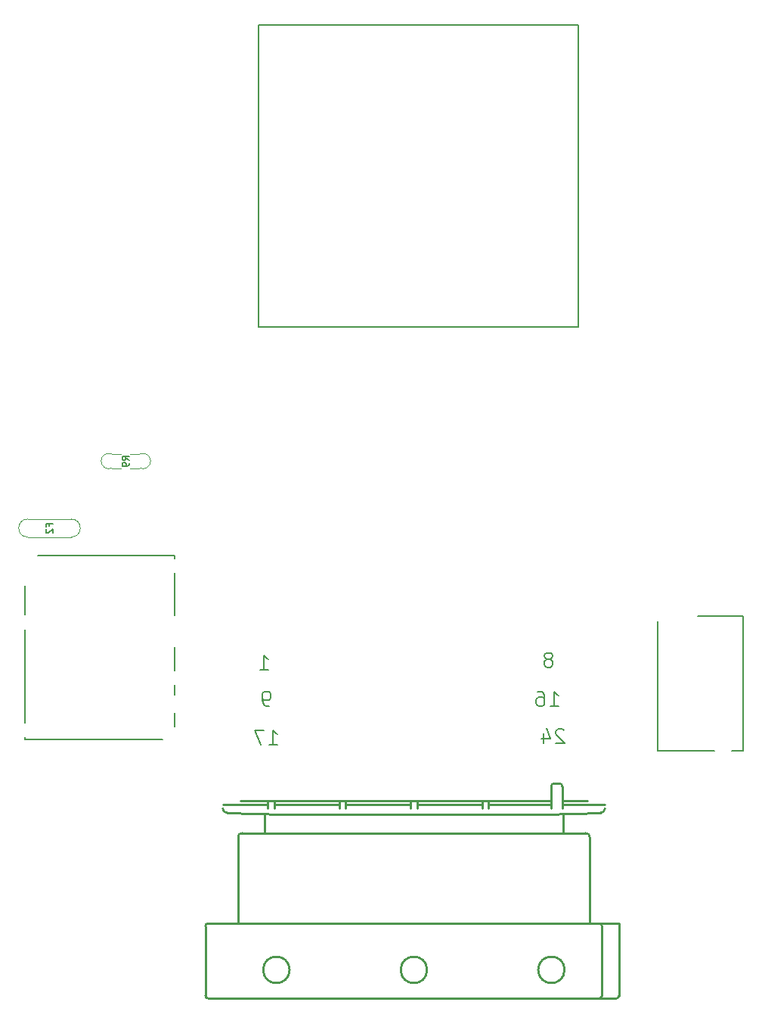
<source format=gbo>
G04 #@! TF.GenerationSoftware,KiCad,Pcbnew,8.0.9-8.0.9-0~ubuntu24.04.1*
G04 #@! TF.CreationDate,2025-04-19T19:06:36+00:00*
G04 #@! TF.ProjectId,stabiljr,73746162-696c-46a7-922e-6b696361645f,V1*
G04 #@! TF.SameCoordinates,PX3a2c940PY8e93060*
G04 #@! TF.FileFunction,Legend,Bot*
G04 #@! TF.FilePolarity,Positive*
%FSLAX46Y46*%
G04 Gerber Fmt 4.6, Leading zero omitted, Abs format (unit mm)*
G04 Created by KiCad (PCBNEW 8.0.9-8.0.9-0~ubuntu24.04.1) date 2025-04-19 19:06:36*
%MOMM*%
%LPD*%
G01*
G04 APERTURE LIST*
%ADD10C,0.127000*%
%ADD11C,0.203200*%
%ADD12C,0.099060*%
%ADD13C,0.120000*%
%ADD14C,0.200000*%
%ADD15C,0.254000*%
G04 APERTURE END LIST*
D10*
X17395890Y37627000D02*
X17033033Y37881000D01*
X17395890Y38062429D02*
X16633890Y38062429D01*
X16633890Y38062429D02*
X16633890Y37772143D01*
X16633890Y37772143D02*
X16670176Y37699572D01*
X16670176Y37699572D02*
X16706462Y37663286D01*
X16706462Y37663286D02*
X16779033Y37627000D01*
X16779033Y37627000D02*
X16887890Y37627000D01*
X16887890Y37627000D02*
X16960462Y37663286D01*
X16960462Y37663286D02*
X16996747Y37699572D01*
X16996747Y37699572D02*
X17033033Y37772143D01*
X17033033Y37772143D02*
X17033033Y38062429D01*
X17395890Y37264143D02*
X17395890Y37119000D01*
X17395890Y37119000D02*
X17359605Y37046429D01*
X17359605Y37046429D02*
X17323319Y37010143D01*
X17323319Y37010143D02*
X17214462Y36937572D01*
X17214462Y36937572D02*
X17069319Y36901286D01*
X17069319Y36901286D02*
X16779033Y36901286D01*
X16779033Y36901286D02*
X16706462Y36937572D01*
X16706462Y36937572D02*
X16670176Y36973857D01*
X16670176Y36973857D02*
X16633890Y37046429D01*
X16633890Y37046429D02*
X16633890Y37191572D01*
X16633890Y37191572D02*
X16670176Y37264143D01*
X16670176Y37264143D02*
X16706462Y37300429D01*
X16706462Y37300429D02*
X16779033Y37336715D01*
X16779033Y37336715D02*
X16960462Y37336715D01*
X16960462Y37336715D02*
X17033033Y37300429D01*
X17033033Y37300429D02*
X17069319Y37264143D01*
X17069319Y37264143D02*
X17105605Y37191572D01*
X17105605Y37191572D02*
X17105605Y37046429D01*
X17105605Y37046429D02*
X17069319Y36973857D01*
X17069319Y36973857D02*
X17033033Y36937572D01*
X17033033Y36937572D02*
X16960462Y36901286D01*
X8446768Y30254000D02*
X8446768Y30508000D01*
X8845911Y30508000D02*
X8083911Y30508000D01*
X8083911Y30508000D02*
X8083911Y30145143D01*
X8156483Y29891143D02*
X8120197Y29854857D01*
X8120197Y29854857D02*
X8083911Y29782285D01*
X8083911Y29782285D02*
X8083911Y29600857D01*
X8083911Y29600857D02*
X8120197Y29528285D01*
X8120197Y29528285D02*
X8156483Y29492000D01*
X8156483Y29492000D02*
X8229054Y29455714D01*
X8229054Y29455714D02*
X8301626Y29455714D01*
X8301626Y29455714D02*
X8410483Y29492000D01*
X8410483Y29492000D02*
X8845911Y29927428D01*
X8845911Y29927428D02*
X8845911Y29455714D01*
D11*
X33087858Y10103158D02*
X32778220Y10103158D01*
X32778220Y10103158D02*
X32623401Y10180567D01*
X32623401Y10180567D02*
X32545992Y10257977D01*
X32545992Y10257977D02*
X32391173Y10490206D01*
X32391173Y10490206D02*
X32313763Y10799844D01*
X32313763Y10799844D02*
X32313763Y11419120D01*
X32313763Y11419120D02*
X32391173Y11573939D01*
X32391173Y11573939D02*
X32468582Y11651348D01*
X32468582Y11651348D02*
X32623401Y11728758D01*
X32623401Y11728758D02*
X32933039Y11728758D01*
X32933039Y11728758D02*
X33087858Y11651348D01*
X33087858Y11651348D02*
X33165268Y11573939D01*
X33165268Y11573939D02*
X33242677Y11419120D01*
X33242677Y11419120D02*
X33242677Y11032072D01*
X33242677Y11032072D02*
X33165268Y10877253D01*
X33165268Y10877253D02*
X33087858Y10799844D01*
X33087858Y10799844D02*
X32933039Y10722434D01*
X32933039Y10722434D02*
X32623401Y10722434D01*
X32623401Y10722434D02*
X32468582Y10799844D01*
X32468582Y10799844D02*
X32391173Y10877253D01*
X32391173Y10877253D02*
X32313763Y11032072D01*
X33075763Y5785158D02*
X34004677Y5785158D01*
X33540220Y5785158D02*
X33540220Y7410758D01*
X33540220Y7410758D02*
X33695039Y7178529D01*
X33695039Y7178529D02*
X33849858Y7023710D01*
X33849858Y7023710D02*
X34004677Y6946301D01*
X32533897Y7410758D02*
X31450164Y7410758D01*
X31450164Y7410758D02*
X32146849Y5785158D01*
X64571763Y10103158D02*
X65500677Y10103158D01*
X65036220Y10103158D02*
X65036220Y11728758D01*
X65036220Y11728758D02*
X65191039Y11496529D01*
X65191039Y11496529D02*
X65345858Y11341710D01*
X65345858Y11341710D02*
X65500677Y11264301D01*
X63178392Y11728758D02*
X63488030Y11728758D01*
X63488030Y11728758D02*
X63642849Y11651348D01*
X63642849Y11651348D02*
X63720259Y11573939D01*
X63720259Y11573939D02*
X63875078Y11341710D01*
X63875078Y11341710D02*
X63952487Y11032072D01*
X63952487Y11032072D02*
X63952487Y10412796D01*
X63952487Y10412796D02*
X63875078Y10257977D01*
X63875078Y10257977D02*
X63797668Y10180567D01*
X63797668Y10180567D02*
X63642849Y10103158D01*
X63642849Y10103158D02*
X63333211Y10103158D01*
X63333211Y10103158D02*
X63178392Y10180567D01*
X63178392Y10180567D02*
X63100983Y10257977D01*
X63100983Y10257977D02*
X63023573Y10412796D01*
X63023573Y10412796D02*
X63023573Y10799844D01*
X63023573Y10799844D02*
X63100983Y10954663D01*
X63100983Y10954663D02*
X63178392Y11032072D01*
X63178392Y11032072D02*
X63333211Y11109482D01*
X63333211Y11109482D02*
X63642849Y11109482D01*
X63642849Y11109482D02*
X63797668Y11032072D01*
X63797668Y11032072D02*
X63875078Y10954663D01*
X63875078Y10954663D02*
X63952487Y10799844D01*
X32059763Y14167158D02*
X32988677Y14167158D01*
X32524220Y14167158D02*
X32524220Y15792758D01*
X32524220Y15792758D02*
X32679039Y15560529D01*
X32679039Y15560529D02*
X32833858Y15405710D01*
X32833858Y15405710D02*
X32988677Y15328301D01*
X64556039Y15350072D02*
X64710858Y15427482D01*
X64710858Y15427482D02*
X64788268Y15504891D01*
X64788268Y15504891D02*
X64865677Y15659710D01*
X64865677Y15659710D02*
X64865677Y15737120D01*
X64865677Y15737120D02*
X64788268Y15891939D01*
X64788268Y15891939D02*
X64710858Y15969348D01*
X64710858Y15969348D02*
X64556039Y16046758D01*
X64556039Y16046758D02*
X64246401Y16046758D01*
X64246401Y16046758D02*
X64091582Y15969348D01*
X64091582Y15969348D02*
X64014173Y15891939D01*
X64014173Y15891939D02*
X63936763Y15737120D01*
X63936763Y15737120D02*
X63936763Y15659710D01*
X63936763Y15659710D02*
X64014173Y15504891D01*
X64014173Y15504891D02*
X64091582Y15427482D01*
X64091582Y15427482D02*
X64246401Y15350072D01*
X64246401Y15350072D02*
X64556039Y15350072D01*
X64556039Y15350072D02*
X64710858Y15272663D01*
X64710858Y15272663D02*
X64788268Y15195253D01*
X64788268Y15195253D02*
X64865677Y15040434D01*
X64865677Y15040434D02*
X64865677Y14730796D01*
X64865677Y14730796D02*
X64788268Y14575977D01*
X64788268Y14575977D02*
X64710858Y14498567D01*
X64710858Y14498567D02*
X64556039Y14421158D01*
X64556039Y14421158D02*
X64246401Y14421158D01*
X64246401Y14421158D02*
X64091582Y14498567D01*
X64091582Y14498567D02*
X64014173Y14575977D01*
X64014173Y14575977D02*
X63936763Y14730796D01*
X63936763Y14730796D02*
X63936763Y15040434D01*
X63936763Y15040434D02*
X64014173Y15195253D01*
X64014173Y15195253D02*
X64091582Y15272663D01*
X64091582Y15272663D02*
X64246401Y15350072D01*
X66135677Y7382939D02*
X66058268Y7460348D01*
X66058268Y7460348D02*
X65903449Y7537758D01*
X65903449Y7537758D02*
X65516401Y7537758D01*
X65516401Y7537758D02*
X65361582Y7460348D01*
X65361582Y7460348D02*
X65284173Y7382939D01*
X65284173Y7382939D02*
X65206763Y7228120D01*
X65206763Y7228120D02*
X65206763Y7073301D01*
X65206763Y7073301D02*
X65284173Y6841072D01*
X65284173Y6841072D02*
X66213087Y5912158D01*
X66213087Y5912158D02*
X65206763Y5912158D01*
X63813392Y6995891D02*
X63813392Y5912158D01*
X64200440Y7615167D02*
X64587487Y6454025D01*
X64587487Y6454025D02*
X63581164Y6454025D01*
D12*
G04 #@! TO.C,R9*
X15525979Y36700000D02*
X16541979Y36700000D01*
X16541979Y38300000D02*
X15525979Y38300000D01*
X17557979Y36700000D02*
X18573979Y36700000D01*
X18573979Y38300000D02*
X17557979Y38300000D01*
D13*
X15470979Y36698362D02*
G75*
G02*
X15474979Y38300000I-326000J801638D01*
G01*
X18624979Y38300000D02*
G75*
G02*
X18633581Y36696505I330000J-800000D01*
G01*
D14*
G04 #@! TO.C,M4*
X76575000Y19525000D02*
X76575000Y5125000D01*
X76575000Y5125000D02*
X82975000Y5125000D01*
X86175000Y20125000D02*
X81075000Y20125000D01*
X86175000Y5125000D02*
X84875000Y5125000D01*
X86175000Y5125000D02*
X86175000Y20125000D01*
D13*
G04 #@! TO.C,F2*
X6100000Y31000000D02*
X10950000Y31000000D01*
X6100000Y29000000D02*
X10950000Y29000000D01*
X6050000Y29000000D02*
G75*
G02*
X6050000Y31000000I0J1000000D01*
G01*
X10950000Y31000000D02*
G75*
G02*
X10950000Y29000000I0J-1000000D01*
G01*
D14*
G04 #@! TO.C,M1*
X5724999Y20324999D02*
X5724999Y23525002D01*
X5724999Y8224999D02*
X5724999Y18625001D01*
X5724999Y6324999D02*
X5724999Y6624999D01*
X5724999Y6324999D02*
X21124999Y6324999D01*
X7224999Y26924997D02*
X22524998Y26924999D01*
X22524996Y20225001D02*
X22524996Y25025001D01*
X22524996Y14024999D02*
X22524996Y16724999D01*
X22524996Y11325001D02*
X22524996Y12425004D01*
X22524996Y7774999D02*
X22525001Y9324999D01*
X22524998Y26625001D02*
X22524998Y26924999D01*
D15*
G04 #@! TO.C,J1*
X25960800Y-14521000D02*
X25960800Y-22321000D01*
X29610900Y-14221100D02*
X29610900Y-4571000D01*
X29610900Y-14221100D02*
X29610900Y-4571000D01*
X32610900Y-4121000D02*
X32610900Y-1956400D01*
X32610900Y-4121000D02*
X32610900Y-1956400D01*
X32935800Y-917600D02*
X27910900Y-917600D01*
X32935800Y-917600D02*
X27910900Y-917600D01*
X32935800Y-1367600D02*
X32935800Y-517600D01*
X32935800Y-1367600D02*
X32935800Y-517600D01*
X33685800Y-1367600D02*
X33685800Y-517600D01*
X33685800Y-1367600D02*
X33685800Y-517600D01*
X34660900Y-2017600D02*
X28347400Y-1829100D01*
X34660900Y-2017600D02*
X28347400Y-1829100D01*
X40935800Y-917600D02*
X33685800Y-917600D01*
X40935800Y-917600D02*
X33685800Y-917600D01*
X40935800Y-1367600D02*
X40935800Y-517600D01*
X40935800Y-1367600D02*
X40935800Y-517600D01*
X41685900Y-1367600D02*
X41685900Y-517600D01*
X41685900Y-1367600D02*
X41685900Y-517600D01*
X48935900Y-917600D02*
X41685900Y-917600D01*
X48935900Y-917600D02*
X41685900Y-917600D01*
X48935900Y-1367600D02*
X48935900Y-517600D01*
X48935900Y-1367600D02*
X48935900Y-517600D01*
X49685900Y-1367600D02*
X49685900Y-517600D01*
X49685900Y-1367600D02*
X49685900Y-517600D01*
X56935900Y-917600D02*
X49685900Y-917600D01*
X56935900Y-917600D02*
X49685900Y-917600D01*
X56935900Y-1367600D02*
X56935900Y-517600D01*
X56935900Y-1367600D02*
X56935900Y-517600D01*
X57685800Y-1367600D02*
X57685800Y-517600D01*
X57685800Y-1367600D02*
X57685800Y-517600D01*
X63960900Y-2017600D02*
X34660900Y-2017600D01*
X63960900Y-2017600D02*
X34660900Y-2017600D01*
X64710800Y-517600D02*
X29860800Y-517600D01*
X64710800Y-517600D02*
X29860800Y-517600D01*
X64710800Y-917600D02*
X57685800Y-917600D01*
X64710800Y-917600D02*
X57685800Y-917600D01*
X64710800Y-1367600D02*
X64710800Y1132400D01*
X64710800Y-1367600D02*
X64710800Y1132400D01*
X65610900Y1432400D02*
X65010900Y1432400D01*
X65610900Y1432400D02*
X65010900Y1432400D01*
X65910800Y-1367600D02*
X65910800Y1132400D01*
X65910800Y-1367600D02*
X65910800Y1132400D01*
X66010900Y-4121000D02*
X66010900Y-1956400D01*
X66010900Y-4121000D02*
X66010900Y-1956400D01*
X68561000Y-4121000D02*
X30060900Y-4121000D01*
X68561000Y-4121000D02*
X30060900Y-4121000D01*
X68760900Y-517600D02*
X65910800Y-517600D01*
X68760900Y-517600D02*
X65910800Y-517600D01*
X69010800Y-14221100D02*
X69010800Y-4571000D01*
X69010800Y-14221100D02*
X69010800Y-4571000D01*
X70274300Y-1829100D02*
X63960900Y-2017600D01*
X70274300Y-1829100D02*
X63960900Y-2017600D01*
X70360900Y-22321100D02*
X70360900Y-14521000D01*
X70360900Y-22321100D02*
X70360900Y-14521000D01*
X70710900Y-917600D02*
X65910800Y-917600D01*
X70710900Y-917600D02*
X65910800Y-917600D01*
X71960900Y-22621000D02*
X26260900Y-22621000D01*
X71960900Y-22621000D02*
X26260900Y-22621000D01*
X72260800Y-14221100D02*
X26260900Y-14221100D01*
X72260800Y-14221100D02*
X26260900Y-14221100D01*
X72260800Y-22321100D02*
X72260800Y-14221100D01*
X72260800Y-22321100D02*
X72260800Y-14221100D01*
X25960800Y-14521000D02*
G75*
G02*
X26260900Y-14221000I300000J0D01*
G01*
X26260900Y-22621000D02*
G75*
G02*
X25960800Y-22321000I-100J300000D01*
G01*
X28347400Y-1829200D02*
G75*
G02*
X27910900Y-1379400I13496J449794D01*
G01*
X29610800Y-4571000D02*
G75*
G02*
X30060900Y-4121000I449927J73D01*
G01*
X64710900Y1132300D02*
G75*
G02*
X65010900Y1432300I300000J0D01*
G01*
X65610900Y1432300D02*
G75*
G02*
X65910900Y1132300I0J-300000D01*
G01*
X68560900Y-4121000D02*
G75*
G02*
X69010800Y-4571000I-100J-450000D01*
G01*
X70060900Y-14221000D02*
G75*
G02*
X70360900Y-14521000I0J-300000D01*
G01*
X70360900Y-22321000D02*
G75*
G02*
X70060900Y-22621000I-300000J0D01*
G01*
X70710900Y-1379400D02*
G75*
G02*
X70274300Y-1829200I-449998J-1D01*
G01*
X72260900Y-22321000D02*
G75*
G02*
X71960900Y-22621000I-300000J0D01*
G01*
X35386000Y-19421000D02*
G75*
G02*
X32436000Y-19421000I-1475000J0D01*
G01*
X32436000Y-19421000D02*
G75*
G02*
X35386000Y-19421000I1475000J0D01*
G01*
X50785800Y-19421000D02*
G75*
G02*
X47835800Y-19421000I-1475000J0D01*
G01*
X47835800Y-19421000D02*
G75*
G02*
X50785800Y-19421000I1475000J0D01*
G01*
X66185800Y-19421000D02*
G75*
G02*
X63235800Y-19421000I-1475000J0D01*
G01*
X63235800Y-19421000D02*
G75*
G02*
X66185800Y-19421000I1475000J0D01*
G01*
D14*
G04 #@! TO.C,\u0130\u015ELEMC1*
X31900010Y86300000D02*
X31900010Y52499990D01*
X31900010Y86300000D02*
X67700000Y86300000D01*
X31900010Y52499990D02*
X67700000Y52499990D01*
X67700000Y86300000D02*
X67700000Y52499990D01*
G04 #@! TD*
M02*

</source>
